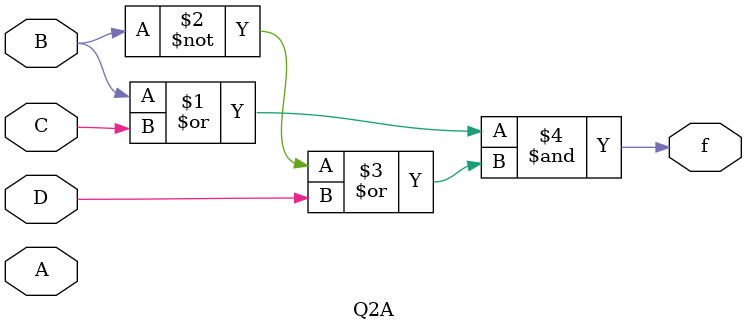
<source format=v>
module Q2A(A, B, C, D, f);
    input A, B, C, D;
    output f;
    assign f=(B|C)&(~B|D);
endmodule 
</source>
